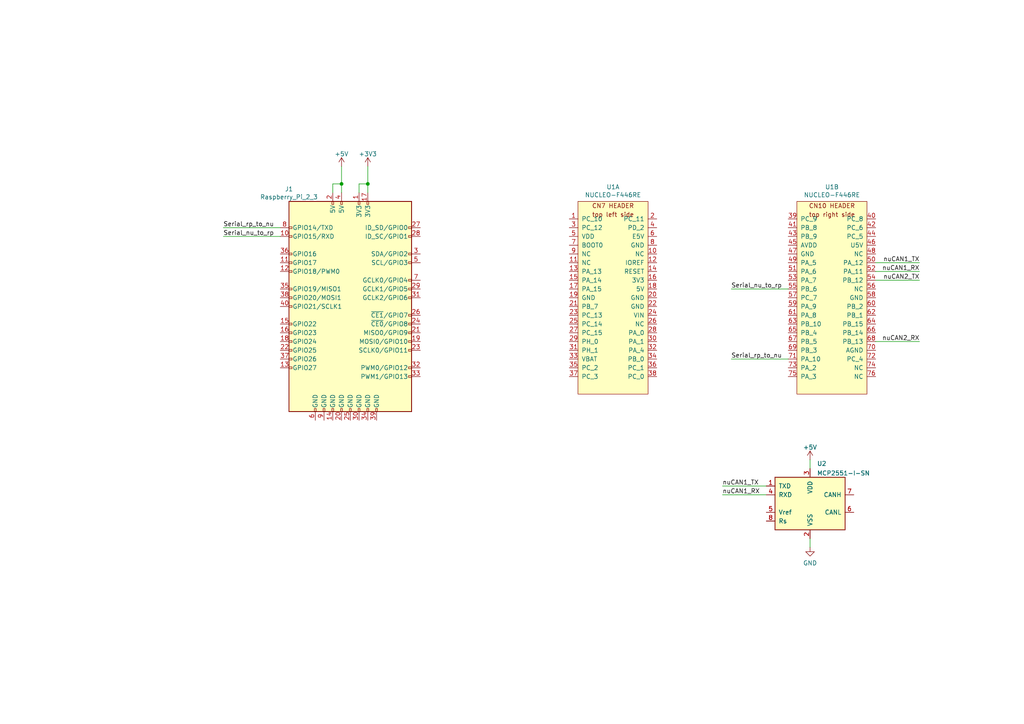
<source format=kicad_sch>
(kicad_sch (version 20211123) (generator eeschema)
  (paper "A4")
  (lib_symbols
    (symbol "Boad_dev:NUCLEO-F446RE" (pin_names (offset 1.016))
      (property "Reference" "U" (at 0 21.59 0))
      (property "Value" "NUCLEO-F446RE" (at 0 19.05 0))
      (symbol "NUCLEO-F446RE_0_1"
        (rectangle (start -10.16 17.78) (end 10.16 -38.1) (fill (type background)))
      )
      (symbol "NUCLEO-F446RE_1_0"
        (text "CN7 HEADER" (at 0 16.51 0) (effects (font (size 1.27 1.27))))
        (text "top left side" (at 0 13.97 0) (effects (font (size 1.27 1.27))))
      )
      (symbol "NUCLEO-F446RE_1_1"
        (pin input line (at -12.7 12.7 0) (length 2.54) (name "PC_10") (number "1"))
        (pin input line (at 12.7 2.54 180) (length 2.54) (name "NC") (number "10"))
        (pin input line (at -12.7 0 0) (length 2.54) (name "NC") (number "11"))
        (pin input line (at 12.7 0 180) (length 2.54) (name "IOREF") (number "12"))
        (pin input line (at -12.7 -2.54 0) (length 2.54) (name "PA_13") (number "13"))
        (pin input line (at 12.7 -2.54 180) (length 2.54) (name "RESET") (number "14"))
        (pin input line (at -12.7 -5.08 0) (length 2.54) (name "PA_14") (number "15"))
        (pin input line (at 12.7 -5.08 180) (length 2.54) (name "3V3") (number "16"))
        (pin input line (at -12.7 -7.62 0) (length 2.54) (name "PA_15") (number "17"))
        (pin input line (at 12.7 -7.62 180) (length 2.54) (name "5V") (number "18"))
        (pin input line (at -12.7 -10.16 0) (length 2.54) (name "GND") (number "19"))
        (pin input line (at 12.7 12.7 180) (length 2.54) (name "PC_11") (number "2"))
        (pin input line (at 12.7 -10.16 180) (length 2.54) (name "GND") (number "20"))
        (pin input line (at -12.7 -12.7 0) (length 2.54) (name "PB_7") (number "21"))
        (pin input line (at 12.7 -12.7 180) (length 2.54) (name "GND") (number "22"))
        (pin input line (at -12.7 -15.24 0) (length 2.54) (name "PC_13") (number "23"))
        (pin input line (at 12.7 -15.24 180) (length 2.54) (name "VIN") (number "24"))
        (pin input line (at -12.7 -17.78 0) (length 2.54) (name "PC_14") (number "25"))
        (pin input line (at 12.7 -17.78 180) (length 2.54) (name "NC") (number "26"))
        (pin input line (at -12.7 -20.32 0) (length 2.54) (name "PC_15") (number "27"))
        (pin input line (at 12.7 -20.32 180) (length 2.54) (name "PA_0") (number "28"))
        (pin input line (at -12.7 -22.86 0) (length 2.54) (name "PH_0") (number "29"))
        (pin input line (at -12.7 10.16 0) (length 2.54) (name "PC_12") (number "3"))
        (pin input line (at 12.7 -22.86 180) (length 2.54) (name "PA_1") (number "30"))
        (pin input line (at -12.7 -25.4 0) (length 2.54) (name "PH_1") (number "31"))
        (pin input line (at 12.7 -25.4 180) (length 2.54) (name "PA_4") (number "32"))
        (pin input line (at -12.7 -27.94 0) (length 2.54) (name "VBAT") (number "33"))
        (pin input line (at 12.7 -27.94 180) (length 2.54) (name "PB_0") (number "34"))
        (pin input line (at -12.7 -30.48 0) (length 2.54) (name "PC_2") (number "35"))
        (pin input line (at 12.7 -30.48 180) (length 2.54) (name "PC_1") (number "36"))
        (pin input line (at -12.7 -33.02 0) (length 2.54) (name "PC_3") (number "37"))
        (pin input line (at 12.7 -33.02 180) (length 2.54) (name "PC_0") (number "38"))
        (pin input line (at 12.7 10.16 180) (length 2.54) (name "PD_2") (number "4"))
        (pin input line (at -12.7 7.62 0) (length 2.54) (name "VDD") (number "5"))
        (pin input line (at 12.7 7.62 180) (length 2.54) (name "E5V") (number "6"))
        (pin input line (at -12.7 5.08 0) (length 2.54) (name "BOOT0") (number "7"))
        (pin input line (at 12.7 5.08 180) (length 2.54) (name "GND") (number "8"))
        (pin input line (at -12.7 2.54 0) (length 2.54) (name "NC") (number "9"))
      )
      (symbol "NUCLEO-F446RE_2_0"
        (text "CN10 HEADER" (at 0 16.51 0) (effects (font (size 1.27 1.27))))
        (text "top right side" (at 0 13.97 0) (effects (font (size 1.27 1.27))))
      )
      (symbol "NUCLEO-F446RE_2_1"
        (pin input line (at -12.7 12.7 0) (length 2.54) (name "PC_9") (number "39"))
        (pin input line (at 12.7 12.7 180) (length 2.54) (name "PC_8") (number "40"))
        (pin input line (at -12.7 10.16 0) (length 2.54) (name "PB_8") (number "41"))
        (pin input line (at 12.7 10.16 180) (length 2.54) (name "PC_6") (number "42"))
        (pin input line (at -12.7 7.62 0) (length 2.54) (name "PB_9") (number "43"))
        (pin input line (at 12.7 7.62 180) (length 2.54) (name "PC_5") (number "44"))
        (pin input line (at -12.7 5.08 0) (length 2.54) (name "AVDD") (number "45"))
        (pin input line (at 12.7 5.08 180) (length 2.54) (name "U5V") (number "46"))
        (pin input line (at -12.7 2.54 0) (length 2.54) (name "GND") (number "47"))
        (pin input line (at 12.7 2.54 180) (length 2.54) (name "NC") (number "48"))
        (pin input line (at -12.7 0 0) (length 2.54) (name "PA_5") (number "49"))
        (pin input line (at 12.7 0 180) (length 2.54) (name "PA_12") (number "50"))
        (pin input line (at -12.7 -2.54 0) (length 2.54) (name "PA_6") (number "51"))
        (pin input line (at 12.7 -2.54 180) (length 2.54) (name "PA_11") (number "52"))
        (pin input line (at -12.7 -5.08 0) (length 2.54) (name "PA_7") (number "53"))
        (pin input line (at 12.7 -5.08 180) (length 2.54) (name "PB_12") (number "54"))
        (pin input line (at -12.7 -7.62 0) (length 2.54) (name "PB_6") (number "55"))
        (pin input line (at 12.7 -7.62 180) (length 2.54) (name "NC") (number "56"))
        (pin input line (at -12.7 -10.16 0) (length 2.54) (name "PC_7") (number "57"))
        (pin input line (at 12.7 -10.16 180) (length 2.54) (name "GND") (number "58"))
        (pin input line (at -12.7 -12.7 0) (length 2.54) (name "PA_9") (number "59"))
        (pin input line (at 12.7 -12.7 180) (length 2.54) (name "PB_2") (number "60"))
        (pin input line (at -12.7 -15.24 0) (length 2.54) (name "PA_8") (number "61"))
        (pin input line (at 12.7 -15.24 180) (length 2.54) (name "PB_1") (number "62"))
        (pin input line (at -12.7 -17.78 0) (length 2.54) (name "PB_10") (number "63"))
        (pin input line (at 12.7 -17.78 180) (length 2.54) (name "PB_15") (number "64"))
        (pin input line (at -12.7 -20.32 0) (length 2.54) (name "PB_4") (number "65"))
        (pin input line (at 12.7 -20.32 180) (length 2.54) (name "PB_14") (number "66"))
        (pin input line (at -12.7 -22.86 0) (length 2.54) (name "PB_5") (number "67"))
        (pin input line (at 12.7 -22.86 180) (length 2.54) (name "PB_13") (number "68"))
        (pin input line (at -12.7 -25.4 0) (length 2.54) (name "PB_3") (number "69"))
        (pin input line (at 12.7 -25.4 180) (length 2.54) (name "AGND") (number "70"))
        (pin input line (at -12.7 -27.94 0) (length 2.54) (name "PA_10") (number "71"))
        (pin input line (at 12.7 -27.94 180) (length 2.54) (name "PC_4") (number "72"))
        (pin input line (at -12.7 -30.48 0) (length 2.54) (name "PA_2") (number "73"))
        (pin input line (at 12.7 -30.48 180) (length 2.54) (name "NC") (number "74"))
        (pin input line (at -12.7 -33.02 0) (length 2.54) (name "PA_3") (number "75"))
        (pin input line (at 12.7 -33.02 180) (length 2.54) (name "NC") (number "76"))
      )
    )
    (symbol "Connector:Raspberry_Pi_2_3" (pin_names (offset 1.016))
      (property "Reference" "J" (at -17.78 31.75 0))
      (property "Value" "Raspberry_Pi_2_3" (at 10.16 -31.75 0))
      (symbol "Raspberry_Pi_2_3_0_1"
        (rectangle (start -17.78 30.48) (end 17.78 -30.48) (stroke (width 0.254)) (fill (type background)))
      )
      (symbol "Raspberry_Pi_2_3_1_1"
        (rectangle (start -16.891 -17.526) (end -17.78 -18.034))
        (rectangle (start -16.891 -14.986) (end -17.78 -15.494))
        (rectangle (start -16.891 -12.446) (end -17.78 -12.954))
        (rectangle (start -16.891 -9.906) (end -17.78 -10.414))
        (rectangle (start -16.891 -7.366) (end -17.78 -7.874))
        (rectangle (start -16.891 -4.826) (end -17.78 -5.334))
        (rectangle (start -16.891 0.254) (end -17.78 -0.254))
        (rectangle (start -16.891 2.794) (end -17.78 2.286))
        (rectangle (start -16.891 5.334) (end -17.78 4.826))
        (rectangle (start -16.891 10.414) (end -17.78 9.906))
        (rectangle (start -16.891 12.954) (end -17.78 12.446))
        (rectangle (start -16.891 15.494) (end -17.78 14.986))
        (rectangle (start -16.891 20.574) (end -17.78 20.066))
        (rectangle (start -16.891 23.114) (end -17.78 22.606))
        (rectangle (start -10.414 -29.591) (end -9.906 -30.48))
        (rectangle (start -7.874 -29.591) (end -7.366 -30.48))
        (rectangle (start -5.334 -29.591) (end -4.826 -30.48))
        (rectangle (start -5.334 30.48) (end -4.826 29.591))
        (rectangle (start -2.794 -29.591) (end -2.286 -30.48))
        (rectangle (start -2.794 30.48) (end -2.286 29.591))
        (rectangle (start -0.254 -29.591) (end 0.254 -30.48))
        (rectangle (start 2.286 -29.591) (end 2.794 -30.48))
        (rectangle (start 2.286 30.48) (end 2.794 29.591))
        (rectangle (start 4.826 -29.591) (end 5.334 -30.48))
        (rectangle (start 4.826 30.48) (end 5.334 29.591))
        (rectangle (start 7.366 -29.591) (end 7.874 -30.48))
        (rectangle (start 17.78 -20.066) (end 16.891 -20.574))
        (rectangle (start 17.78 -17.526) (end 16.891 -18.034))
        (rectangle (start 17.78 -12.446) (end 16.891 -12.954))
        (rectangle (start 17.78 -9.906) (end 16.891 -10.414))
        (rectangle (start 17.78 -7.366) (end 16.891 -7.874))
        (rectangle (start 17.78 -4.826) (end 16.891 -5.334))
        (rectangle (start 17.78 -2.286) (end 16.891 -2.794))
        (rectangle (start 17.78 2.794) (end 16.891 2.286))
        (rectangle (start 17.78 5.334) (end 16.891 4.826))
        (rectangle (start 17.78 7.874) (end 16.891 7.366))
        (rectangle (start 17.78 12.954) (end 16.891 12.446))
        (rectangle (start 17.78 15.494) (end 16.891 14.986))
        (rectangle (start 17.78 20.574) (end 16.891 20.066))
        (rectangle (start 17.78 23.114) (end 16.891 22.606))
        (pin power_in line (at 2.54 33.02 270) (length 2.54) (name "3V3") (number "1"))
        (pin bidirectional line (at -20.32 20.32 0) (length 2.54) (name "GPIO15/RXD") (number "10"))
        (pin bidirectional line (at -20.32 12.7 0) (length 2.54) (name "GPIO17") (number "11"))
        (pin bidirectional line (at -20.32 10.16 0) (length 2.54) (name "GPIO18/PWM0") (number "12"))
        (pin bidirectional line (at -20.32 -17.78 0) (length 2.54) (name "GPIO27") (number "13"))
        (pin power_in line (at -5.08 -33.02 90) (length 2.54) (name "GND") (number "14"))
        (pin bidirectional line (at -20.32 -5.08 0) (length 2.54) (name "GPIO22") (number "15"))
        (pin bidirectional line (at -20.32 -7.62 0) (length 2.54) (name "GPIO23") (number "16"))
        (pin power_in line (at 5.08 33.02 270) (length 2.54) (name "3V3") (number "17"))
        (pin bidirectional line (at -20.32 -10.16 0) (length 2.54) (name "GPIO24") (number "18"))
        (pin bidirectional line (at 20.32 -10.16 180) (length 2.54) (name "MOSI0/GPIO10") (number "19"))
        (pin power_in line (at -5.08 33.02 270) (length 2.54) (name "5V") (number "2"))
        (pin power_in line (at -2.54 -33.02 90) (length 2.54) (name "GND") (number "20"))
        (pin bidirectional line (at 20.32 -7.62 180) (length 2.54) (name "MISO0/GPIO9") (number "21"))
        (pin bidirectional line (at -20.32 -12.7 0) (length 2.54) (name "GPIO25") (number "22"))
        (pin bidirectional line (at 20.32 -12.7 180) (length 2.54) (name "SCLK0/GPIO11") (number "23"))
        (pin bidirectional line (at 20.32 -5.08 180) (length 2.54) (name "~{CE0}/GPIO8") (number "24"))
        (pin power_in line (at 0 -33.02 90) (length 2.54) (name "GND") (number "25"))
        (pin bidirectional line (at 20.32 -2.54 180) (length 2.54) (name "~{CE1}/GPIO7") (number "26"))
        (pin bidirectional line (at 20.32 22.86 180) (length 2.54) (name "ID_SD/GPIO0") (number "27"))
        (pin bidirectional line (at 20.32 20.32 180) (length 2.54) (name "ID_SC/GPIO1") (number "28"))
        (pin bidirectional line (at 20.32 5.08 180) (length 2.54) (name "GCLK1/GPIO5") (number "29"))
        (pin bidirectional line (at 20.32 15.24 180) (length 2.54) (name "SDA/GPIO2") (number "3"))
        (pin power_in line (at 2.54 -33.02 90) (length 2.54) (name "GND") (number "30"))
        (pin bidirectional line (at 20.32 2.54 180) (length 2.54) (name "GCLK2/GPIO6") (number "31"))
        (pin bidirectional line (at 20.32 -17.78 180) (length 2.54) (name "PWM0/GPIO12") (number "32"))
        (pin bidirectional line (at 20.32 -20.32 180) (length 2.54) (name "PWM1/GPIO13") (number "33"))
        (pin power_in line (at 5.08 -33.02 90) (length 2.54) (name "GND") (number "34"))
        (pin bidirectional line (at -20.32 5.08 0) (length 2.54) (name "GPIO19/MISO1") (number "35"))
        (pin bidirectional line (at -20.32 15.24 0) (length 2.54) (name "GPIO16") (number "36"))
        (pin bidirectional line (at -20.32 -15.24 0) (length 2.54) (name "GPIO26") (number "37"))
        (pin bidirectional line (at -20.32 2.54 0) (length 2.54) (name "GPIO20/MOSI1") (number "38"))
        (pin power_in line (at 7.62 -33.02 90) (length 2.54) (name "GND") (number "39"))
        (pin power_in line (at -2.54 33.02 270) (length 2.54) (name "5V") (number "4"))
        (pin bidirectional line (at -20.32 0 0) (length 2.54) (name "GPIO21/SCLK1") (number "40"))
        (pin bidirectional line (at 20.32 12.7 180) (length 2.54) (name "SCL/GPIO3") (number "5"))
        (pin power_in line (at -10.16 -33.02 90) (length 2.54) (name "GND") (number "6"))
        (pin bidirectional line (at 20.32 7.62 180) (length 2.54) (name "GCLK0/GPIO4") (number "7"))
        (pin bidirectional line (at -20.32 22.86 0) (length 2.54) (name "GPIO14/TXD") (number "8"))
        (pin power_in line (at -7.62 -33.02 90) (length 2.54) (name "GND") (number "9"))
      )
    )
    (symbol "Interface_CAN_LIN:MCP2551-I-SN" (pin_names (offset 1.016))
      (property "Reference" "U" (at -10.16 8.89 0))
      (property "Value" "MCP2551-I-SN" (at 2.54 8.89 0))
      (symbol "MCP2551-I-SN_0_1"
        (rectangle (start -10.16 7.62) (end 10.16 -7.62) (stroke (width 0.254)) (fill (type background)))
      )
      (symbol "MCP2551-I-SN_1_1"
        (pin input line (at -12.7 5.08 0) (length 2.54) (name "TXD") (number "1"))
        (pin power_in line (at 0 -10.16 90) (length 2.54) (name "VSS") (number "2"))
        (pin power_in line (at 0 10.16 270) (length 2.54) (name "VDD") (number "3"))
        (pin output line (at -12.7 2.54 0) (length 2.54) (name "RXD") (number "4"))
        (pin power_out line (at -12.7 -2.54 0) (length 2.54) (name "Vref") (number "5"))
        (pin bidirectional line (at 12.7 -2.54 180) (length 2.54) (name "CANL") (number "6"))
        (pin bidirectional line (at 12.7 2.54 180) (length 2.54) (name "CANH") (number "7"))
        (pin input line (at -12.7 -5.08 0) (length 2.54) (name "Rs") (number "8"))
      )
    )
    (symbol "power:+3.3V" (power) (pin_names (offset 0))
      (property "Value" "+3.3V" (at 0 3.556 0))
      (symbol "+3.3V_0_1"
        (polyline (pts (xy -0.762 1.27) (xy 0 2.54)))
        (polyline (pts (xy 0 0) (xy 0 2.54)))
        (polyline (pts (xy 0 2.54) (xy 0.762 1.27)))
      )
      (symbol "+3.3V_1_1"
        (pin power_in line (at 0 0 90) (length 0) hide (name "+3V3") (number "1"))
      )
    )
    (symbol "power:+5V" (power) (pin_names (offset 0))
      (property "Value" "+5V" (at 0 3.556 0))
      (symbol "+5V_0_1"
        (polyline (pts (xy -0.762 1.27) (xy 0 2.54)))
        (polyline (pts (xy 0 0) (xy 0 2.54)))
        (polyline (pts (xy 0 2.54) (xy 0.762 1.27)))
      )
      (symbol "+5V_1_1"
        (pin power_in line (at 0 0 90) (length 0) hide (name "+5V") (number "1"))
      )
    )
    (symbol "power:GND" (power) (pin_names (offset 0))
      (property "Value" "GND" (at 0 -3.81 0))
      (symbol "GND_0_1"
        (polyline (pts (xy 0 0) (xy 0 -1.27) (xy 1.27 -1.27) (xy 0 -2.54) (xy -1.27 -1.27) (xy 0 -1.27)))
      )
      (symbol "GND_1_1"
        (pin power_in line (at 0 0 270) (length 0) hide (name "GND") (number "1"))
      )
    )
  )
  (junction (at 106.68 53.34))
  (junction (at 99.06 53.34))
  (wire (pts (xy 266.7 99.06) (xy 254 99.06)))
  (wire (pts (xy 96.52 53.34) (xy 99.06 53.34)))
  (wire (pts (xy 212.09 83.82) (xy 228.6 83.82)))
  (wire (pts (xy 64.77 68.58) (xy 81.28 68.58)))
  (wire (pts (xy 96.52 55.88) (xy 96.52 53.34)))
  (wire (pts (xy 209.55 143.51) (xy 222.25 143.51)))
  (wire (pts (xy 106.68 53.34) (xy 106.68 55.88)))
  (wire (pts (xy 104.14 55.88) (xy 104.14 53.34)))
  (wire (pts (xy 99.06 48.26) (xy 99.06 53.34)))
  (wire (pts (xy 266.7 81.28) (xy 254 81.28)))
  (wire (pts (xy 99.06 53.34) (xy 99.06 55.88)))
  (wire (pts (xy 212.09 104.14) (xy 228.6 104.14)))
  (wire (pts (xy 234.95 156.21) (xy 234.95 158.75)))
  (wire (pts (xy 64.77 66.04) (xy 81.28 66.04)))
  (wire (pts (xy 266.7 78.74) (xy 254 78.74)))
  (wire (pts (xy 104.14 53.34) (xy 106.68 53.34)))
  (wire (pts (xy 209.55 140.97) (xy 222.25 140.97)))
  (wire (pts (xy 106.68 48.26) (xy 106.68 53.34)))
  (wire (pts (xy 266.7 76.2) (xy 254 76.2)))
  (wire (pts (xy 234.95 133.35) (xy 234.95 135.89)))
  (label "Serial_nu_to_rp" (at 64.77 68.58 0))
  (label "nuCAN1_TX" (at 266.7 76.2 180))
  (label "Serial_rp_to_nu" (at 64.77 66.04 0))
  (label "nuCAN1_RX" (at 209.55 143.51 0))
  (label "nuCAN2_RX" (at 266.7 99.06 180))
  (label "Serial_rp_to_nu" (at 212.09 104.14 0))
  (label "Serial_nu_to_rp" (at 212.09 83.82 0))
  (label "nuCAN1_TX" (at 209.55 140.97 0))
  (label "nuCAN1_RX" (at 266.7 78.74 180))
  (label "nuCAN2_TX" (at 266.7 81.28 180))
  (symbol (lib_id "Connector:Raspberry_Pi_2_3") (at 101.6 88.9 0) (unit 1)
    (property "Reference" "J1" (at 83.82 54.8386 0))
    (property "Value" "Raspberry_Pi_2_3" (at 83.82 57.15 0))
    (property "Footprint" "Boad_dev:RaspberryPi_HAT_Connector_4hole" (effects hide))
    (property "Datasheet" "https://www.raspberrypi.org/documentation/hardware/raspberrypi/schematics/rpi_SCH_3bplus_1p0_reduced.pdf" (effects hide))
  )
  (symbol (lib_id "Boad_dev:NUCLEO-F446RE") (at 177.8 76.2 0) (unit 1)
    (property "Reference" "U1" (at 177.8 54.229 0))
    (property "Value" "NUCLEO-F446RE" (at 177.8 56.5404 0))
    (property "Footprint" "Boad_dev:Nucleo-64_ST_morpho" (effects hide))
  )
  (symbol (lib_id "Boad_dev:NUCLEO-F446RE") (at 241.3 76.2 0) (unit 2)
    (property "Reference" "U1" (at 241.3 54.229 0))
    (property "Value" "NUCLEO-F446RE" (at 241.3 56.5404 0))
    (property "Footprint" "Boad_dev:Nucleo-64_ST_morpho" (effects hide))
  )
  (symbol (lib_id "power:+5V") (at 234.95 133.35 0) (unit 1)
    (property "Reference" "#PWR03" (effects hide))
    (property "Value" "+5V" (at 234.95 129.7455 0))
  )
  (symbol (lib_id "power:+5V") (at 99.06 48.26 0) (unit 1)
    (property "Reference" "#PWR01" (effects hide))
    (property "Value" "+5V" (at 99.06 44.6555 0))
  )
  (symbol (lib_id "Interface_CAN_LIN:MCP2551-I-SN") (at 234.95 146.05 0) (unit 1)
    (property "Reference" "U2" (at 236.9694 134.4635 0) (effects (justify left)))
    (property "Value" "MCP2551-I-SN" (at 236.9694 137.2386 0) (effects (justify left)))
    (property "Footprint" "Package_SO:SOIC-8_3.9x4.9mm_P1.27mm" (effects hide))
    (property "Datasheet" "http://ww1.microchip.com/downloads/en/devicedoc/21667d.pdf" (effects hide))
  )
  (symbol (lib_id "power:+3.3V") (at 106.68 48.26 0) (unit 1)
    (property "Reference" "#PWR02" (effects hide))
    (property "Value" "+3.3V" (at 106.68 44.6555 0))
  )
  (symbol (lib_id "power:GND") (at 234.95 158.75 0) (unit 1)
    (property "Reference" "#PWR04" (effects hide))
    (property "Value" "GND" (at 234.95 163.3125 0))
  )
)
</source>
